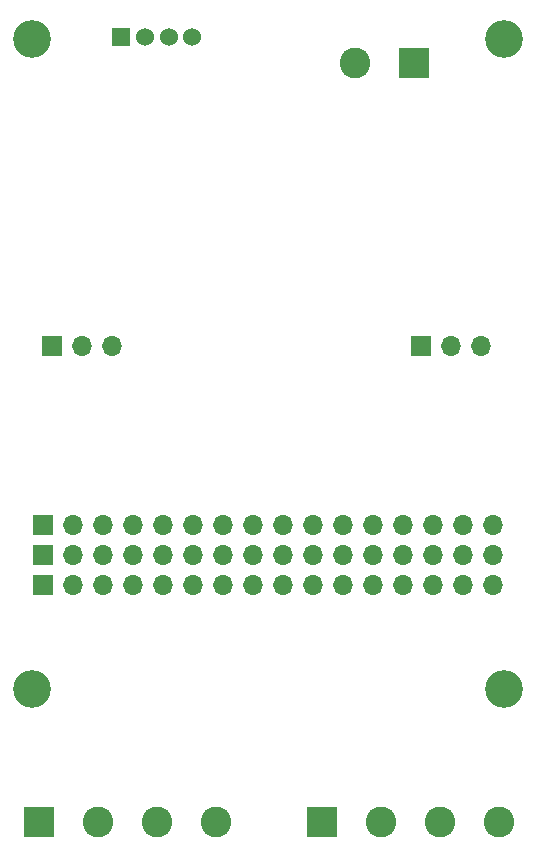
<source format=gbr>
%TF.GenerationSoftware,KiCad,Pcbnew,8.0.1*%
%TF.CreationDate,2024-04-15T16:31:13+02:00*%
%TF.ProjectId,ultimate_motor_board,756c7469-6d61-4746-955f-6d6f746f725f,0.1*%
%TF.SameCoordinates,Original*%
%TF.FileFunction,Soldermask,Bot*%
%TF.FilePolarity,Negative*%
%FSLAX46Y46*%
G04 Gerber Fmt 4.6, Leading zero omitted, Abs format (unit mm)*
G04 Created by KiCad (PCBNEW 8.0.1) date 2024-04-15 16:31:13*
%MOMM*%
%LPD*%
G01*
G04 APERTURE LIST*
%ADD10R,1.524000X1.524000*%
%ADD11C,1.524000*%
%ADD12C,3.200000*%
%ADD13R,1.700000X1.700000*%
%ADD14O,1.700000X1.700000*%
%ADD15R,2.600000X2.600000*%
%ADD16C,2.600000*%
G04 APERTURE END LIST*
D10*
%TO.C,J1*%
X111100000Y-53300000D03*
D11*
X113100000Y-53300000D03*
X115100000Y-53300000D03*
X117100000Y-53300000D03*
%TD*%
D12*
%TO.C,H1*%
X143500000Y-53500000D03*
%TD*%
D13*
%TO.C,J2*%
X136500000Y-79500000D03*
D14*
X139040000Y-79500000D03*
X141580000Y-79500000D03*
%TD*%
D13*
%TO.C,J8*%
X104420000Y-97160000D03*
D14*
X106960000Y-97160000D03*
X109500000Y-97160000D03*
X112040000Y-97160000D03*
X114580000Y-97160000D03*
X117120000Y-97160000D03*
X119660000Y-97160000D03*
X122200000Y-97160000D03*
X124740000Y-97160000D03*
X127280000Y-97160000D03*
X129820000Y-97160000D03*
X132360000Y-97160000D03*
X134900000Y-97160000D03*
X137440000Y-97160000D03*
X139980000Y-97160000D03*
X142520000Y-97160000D03*
%TD*%
D15*
%TO.C,J4*%
X135900000Y-55500000D03*
D16*
X130900000Y-55500000D03*
%TD*%
D12*
%TO.C,H2*%
X103500000Y-53500000D03*
%TD*%
D15*
%TO.C,J6*%
X128100000Y-119800000D03*
D16*
X133100000Y-119800000D03*
X138100000Y-119800000D03*
X143100000Y-119800000D03*
%TD*%
D15*
%TO.C,J5*%
X104100000Y-119800000D03*
D16*
X109100000Y-119800000D03*
X114100000Y-119800000D03*
X119100000Y-119800000D03*
%TD*%
D12*
%TO.C,H4*%
X103500000Y-108500000D03*
%TD*%
D13*
%TO.C,J3*%
X105225000Y-79500000D03*
D14*
X107765000Y-79500000D03*
X110305000Y-79500000D03*
%TD*%
D13*
%TO.C,J9*%
X104420000Y-99700000D03*
D14*
X106960000Y-99700000D03*
X109500000Y-99700000D03*
X112040000Y-99700000D03*
X114580000Y-99700000D03*
X117120000Y-99700000D03*
X119660000Y-99700000D03*
X122200000Y-99700000D03*
X124740000Y-99700000D03*
X127280000Y-99700000D03*
X129820000Y-99700000D03*
X132360000Y-99700000D03*
X134900000Y-99700000D03*
X137440000Y-99700000D03*
X139980000Y-99700000D03*
X142520000Y-99700000D03*
%TD*%
D13*
%TO.C,J7*%
X104420000Y-94620000D03*
D14*
X106960000Y-94620000D03*
X109500000Y-94620000D03*
X112040000Y-94620000D03*
X114580000Y-94620000D03*
X117120000Y-94620000D03*
X119660000Y-94620000D03*
X122200000Y-94620000D03*
X124740000Y-94620000D03*
X127280000Y-94620000D03*
X129820000Y-94620000D03*
X132360000Y-94620000D03*
X134900000Y-94620000D03*
X137440000Y-94620000D03*
X139980000Y-94620000D03*
X142520000Y-94620000D03*
%TD*%
D12*
%TO.C,H3*%
X143500000Y-108500000D03*
%TD*%
M02*

</source>
